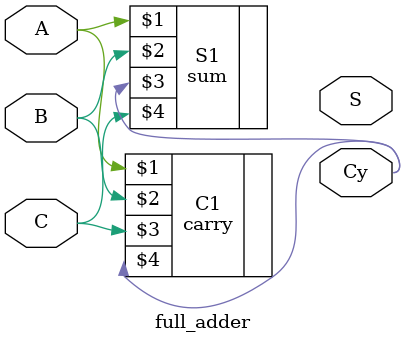
<source format=v>
module full_adder (A, B, C, S, Cy);
    input A, B, C;
    output S, Cy;
    sum S1 (A, B, Cy, C);
    carry C1 (A, B, C, Cy);
endmodule


</source>
